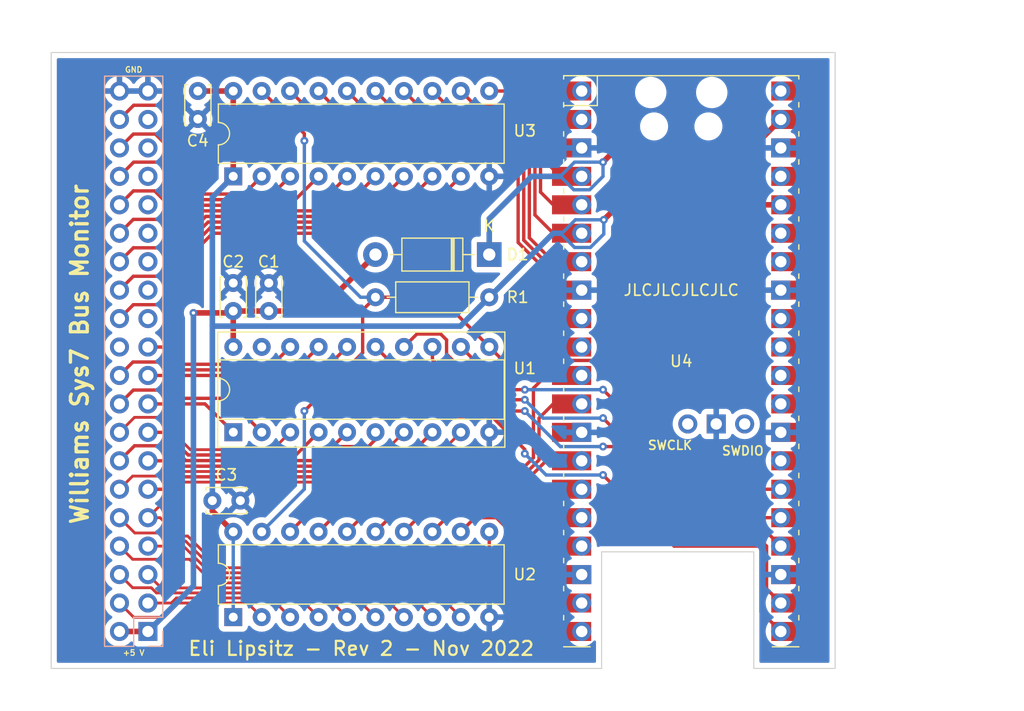
<source format=kicad_pcb>
(kicad_pcb (version 20211014) (generator pcbnew)
  (layers (0 "F.Cu" signal) (31 "B.Cu" power) (34 "B.Paste" user) (35 "F.Paste" user) (36 "B.SilkS" user "B.Silkscreen") (37 "F.SilkS" user "F.Silkscreen") (38 "B.Mask" user) (39 "F.Mask" user) (44 "Edge.Cuts" user))
  (net 0 "")
  (net 2 "/3V-A9")
  (net 3 "/3V-CLK")
  (net 4 "/3V-A7")
  (net 5 "/3V-A8")
  (net 6 "/3V-A5")
  (net 7 "/3V-A6")
  (net 8 "/3V-A2")
  (net 9 "/3V-A3")
  (net 10 "/3V-A4")
  (net 11 "/3V-D1")
  (net 13 "/3V-D0")
  (net 14 "GND")
  (net 15 "+5V")
  (net 16 "+3.3V")
  (net 17 "/3V-D2")
  (net 19 "/~{OE}")
  (net 20 "/3V-D3")
  (net 21 "/3V-D4")
  (net 22 "/3V-WREN")
  (net 23 "/3V-D5")
  (net 24 "/3V-D6")
  (net 25 "/3V-D7")
  (net 28 "/3V-A0")
  (net 29 "/3V-A1")
  (net 30 "/5V-A1")
  (net 31 "/5V-A0")
  (net 32 "/5V-A3")
  (net 33 "/5V-A2")
  (net 34 "/5V-A5")
  (net 35 "/5V-A4")
  (net 36 "/5V-A7")
  (net 37 "/5V-A6")
  (net 38 "/5V-A9")
  (net 39 "/5V-A8")
  (net 40 "/5V-A11")
  (net 41 "/5V-A10")
  (net 42 "/5V-A13")
  (net 43 "/5V-A12")
  (net 44 "/5V-A15")
  (net 45 "/5V-A14")
  (net 46 "/5V-CLK")
  (net 47 "/5V-R{slash}~{W}")
  (net 48 "/5V-VMA")
  (net 49 "/5V-~{RESET}")
  (net 51 "/5V-D0")
  (net 53 "/5V-D1")
  (net 55 "/5V-D2")
  (net 57 "/5V-D3")
  (net 59 "/5V-D4")
  (net 61 "/5V-D5")
  (net 63 "/5V-D6")
  (net 65 "/5V-D7")
  (net 73 "Net-(U4-Pad39)")
  (footprint "MCU_RaspberryPi_and_Boards:RPi_PicoW_SMD_TH" (layer "F.Cu") (at 100.965 92.71)
    (fp_text reference "U4")
    (fp_text value "Pico")
  )
  (footprint "Package_DIP:DIP-20_W7.62mm" (layer "F.Cu") (at 60.96 115.56 90)
    (fp_text reference "U2")
    (fp_text value "74LVC245A")
  )
  (footprint "Diode_THT:D_DO-41_SOD81_P10.16mm_Horizontal" (layer "F.Cu") (at 83.82 83.185 180)
    (fp_text reference "D1")
    (fp_text value "1N5819")
  )
  (footprint "Package_DIP:DIP-20_W7.62mm" (layer "F.Cu") (at 60.96 76.2 90)
    (fp_text reference "U3")
    (fp_text value "74LVC245A")
  )
  (footprint "Capacitor_THT:C_Disc_D3.4mm_W2.1mm_P2.50mm" (layer "F.Cu") (at 57.8 68.58 -90)
    (fp_text reference "C4")
    (fp_text value "100n")
  )
  (footprint "Capacitor_THT:C_Disc_D3.4mm_W2.1mm_P2.50mm" (layer "F.Cu") (at 60.96 88.225 90)
    (fp_text reference "C2")
    (fp_text value "100n")
  )
  (footprint "Capacitor_THT:C_Disc_D3.4mm_W2.1mm_P2.50mm" (layer "F.Cu") (at 59.095 105.156)
    (fp_text reference "C3")
    (fp_text value "100n")
  )
  (footprint "Resistor_THT:R_Axial_DIN0207_L6.3mm_D2.5mm_P10.16mm_Horizontal" (layer "F.Cu") (at 83.82 86.995 180)
    (fp_text reference "R1")
    (fp_text value "10k")
  )
  (footprint "Package_DIP:DIP-20_W7.62mm_Socket" (layer "F.Cu") (at 60.965 99.05 90)
    (fp_text reference "U1")
    (fp_text value "GAL16V8")
  )
  (footprint "Capacitor_THT:C_Disc_D3.4mm_W2.1mm_P2.50mm" (layer "F.Cu") (at 64.135 88.225 90)
    (fp_text reference "C1")
    (fp_text value "100n")
  )
  (footprint "Connector_PinSocket_2.54mm:PinSocket_2x20_P2.54mm_Vertical" (layer "B.Cu") (at 53.34 116.84)
    (fp_text reference "J1")
    (fp_text value "Header")
  )
  (gr_line (start 44.704 65.142) (end 114.704 65.142) (layer "Edge.Cuts") (width 0.1))
  (gr_line (start 114.704 65.142) (end 114.704 120.142) (layer "Edge.Cuts") (width 0.1))
  (gr_line (start 114.704 120.142) (end 107.442 120.142) (layer "Edge.Cuts") (width 0.1))
  (gr_line (start 93.853 120.142) (end 44.704 120.142) (layer "Edge.Cuts") (width 0.1))
  (gr_line (start 107.442 109.728) (end 107.442 120.142) (layer "Edge.Cuts") (width 0.1))
  (gr_line (start 93.853 109.728) (end 107.442 109.728) (layer "Edge.Cuts") (width 0.1))
  (gr_line (start 44.704 120.142) (end 44.704 65.142) (layer "Edge.Cuts") (width 0.1))
  (gr_line (start 93.853 120.142) (end 93.853 109.728) (layer "Edge.Cuts") (width 0.1))
  (gr_text "JLCJLCJLCJLC" (at 100.965 86.36) (layer "F.SilkS") (effects (font (size 1 1))))
  (gr_text "GND" (at 52.07 66.675) (layer "F.SilkS") (effects (font (size 0.5 0.5) (thickness 0.1))))
  (gr_text "+5 V" (at 52.07 118.745) (layer "F.SilkS") (effects (font (size 0.5 0.5) (thickness 0.1))))
  (gr_text "Eli Lipsitz - Rev 2 - Nov 2022" (at 72.39 118.364) (layer "F.SilkS") (effects (font (size 1.25 1.25) (thickness 0.2))))
  (gr_text "Williams Sys7 Bus Monitor" (at 47.244 92.075 90) (layer "F.SilkS") (effects (font (size 1.5 1.5) (thickness 0.3))))
  (segment (start 103.64 108.72) (end 108.085 108.72) (width 0.3) (layer "F.Cu") (net 2))
  (segment (start 78.745 92.56137) (end 83.33863 97.155) (width 0.3) (layer "F.Cu") (net 2))
  (segment (start 93.98 100.33) (end 95.25 100.33) (width 0.3) (layer "F.Cu") (net 2))
  (segment (start 95.25 100.33) (end 103.64 108.72) (width 0.3) (layer "F.Cu") (net 2))
  (segment (start 108.585 109.22) (end 108.585 113.03) (width 0.3) (layer "F.Cu") (net 2))
  (segment (start 83.33863 97.155) (end 86.995 97.155) (width 0.3) (layer "F.Cu") (net 2))
  (segment (start 108.585 113.03) (end 109.855 114.3) (width 0.3) (layer "F.Cu") (net 2))
  (segment (start 108.085 108.72) (end 108.585 109.22) (width 0.3) (layer "F.Cu") (net 2))
  (segment (start 78.745 91.43) (end 78.745 92.56137) (width 0.3) (layer "F.Cu") (net 2))
  (via (at 93.98 100.33) (size 0.7) (drill 0.3) (layers "F.Cu" "B.Cu") (net 2))
  (via (at 86.995 97.155) (size 0.7) (drill 0.3) (layers "F.Cu" "B.Cu") (net 2))
  (segment (start 86.995 97.155) (end 90.17 100.33) (width 0.3) (layer "B.Cu") (net 2))
  (segment (start 90.17 100.33) (end 93.98 100.33) (width 0.3) (layer "B.Cu") (net 2))
  (segment (start 76.205 91.43) (end 77.355 90.28) (width 0.3) (layer "F.Cu") (net 3))
  (segment (start 108.585 107.95) (end 109.855 109.22) (width 0.3) (layer "F.Cu") (net 3))
  (segment (start 77.355 90.28) (end 79.485 90.28) (width 0.3) (layer "F.Cu") (net 3))
  (segment (start 80.01 92.075) (end 84.084503 96.149503) (width 0.3) (layer "F.Cu") (net 3))
  (segment (start 93.98 97.79) (end 104.14 107.95) (width 0.3) (layer "F.Cu") (net 3))
  (segment (start 84.084503 96.149503) (end 86.995 96.149503) (width 0.3) (layer "F.Cu") (net 3))
  (segment (start 104.14 107.95) (end 108.585 107.95) (width 0.3) (layer "F.Cu") (net 3))
  (segment (start 80.01 90.805) (end 80.01 92.075) (width 0.3) (layer "F.Cu") (net 3))
  (segment (start 79.485 90.28) (end 80.01 90.805) (width 0.3) (layer "F.Cu") (net 3))
  (via (at 86.995 96.149503) (size 0.7) (drill 0.3) (layers "F.Cu" "B.Cu") (net 3))
  (via (at 93.98 97.79) (size 0.7) (drill 0.3) (layers "F.Cu" "B.Cu") (net 3))
  (segment (start 86.995 96.149503) (end 88.635497 97.79) (width 0.3) (layer "B.Cu") (net 3))
  (segment (start 88.635497 97.79) (end 93.98 97.79) (width 0.3) (layer "B.Cu") (net 3))
  (segment (start 88.265 116.205) (end 88.9 116.84) (width 0.3) (layer "F.Cu") (net 4))
  (segment (start 83.82 110.245) (end 88.265 114.69) (width 0.3) (layer "F.Cu") (net 4))
  (segment (start 88.265 114.69) (end 88.265 116.205) (width 0.3) (layer "F.Cu") (net 4))
  (segment (start 83.82 107.94) (end 83.82 110.245) (width 0.3) (layer "F.Cu") (net 4))
  (segment (start 88.9 116.84) (end 92.075 116.84) (width 0.3) (layer "F.Cu") (net 4))
  (segment (start 79.89 97.655) (end 84.056346 97.655) (width 0.3) (layer "F.Cu") (net 5))
  (segment (start 93.98 102.87) (end 100.33 109.22) (width 0.3) (layer "F.Cu") (net 5))
  (segment (start 108.085 109.427106) (end 108.085 115.07) (width 0.3) (layer "F.Cu") (net 5))
  (segment (start 108.085 115.07) (end 109.855 116.84) (width 0.3) (layer "F.Cu") (net 5))
  (segment (start 100.33 109.22) (end 107.877894 109.22) (width 0.3) (layer "F.Cu") (net 5))
  (segment (start 73.665 91.43) (end 79.89 97.655) (width 0.3) (layer "F.Cu") (net 5))
  (segment (start 86.995 100.593654) (end 86.995 100.965) (width 0.3) (layer "F.Cu") (net 5))
  (segment (start 107.877894 109.22) (end 108.085 109.427106) (width 0.3) (layer "F.Cu") (net 5))
  (segment (start 84.056346 97.655) (end 86.995 100.593654) (width 0.3) (layer "F.Cu") (net 5))
  (via (at 86.995 100.965) (size 0.7) (drill 0.3) (layers "F.Cu" "B.Cu") (net 5))
  (via (at 93.98 102.87) (size 0.7) (drill 0.3) (layers "F.Cu" "B.Cu") (net 5))
  (segment (start 86.995 100.965) (end 88.9 102.87) (width 0.3) (layer "B.Cu") (net 5))
  (segment (start 88.9 102.87) (end 93.98 102.87) (width 0.3) (layer "B.Cu") (net 5))
  (segment (start 80.5 106.18) (end 84.662106 106.18) (width 0.3) (layer "F.Cu") (net 6))
  (segment (start 84.662106 106.18) (end 87.702107 109.22) (width 0.3) (layer "F.Cu") (net 6))
  (segment (start 78.74 107.94) (end 80.5 106.18) (width 0.3) (layer "F.Cu") (net 6))
  (segment (start 87.702107 109.22) (end 92.075 109.22) (width 0.3) (layer "F.Cu") (net 6))
  (segment (start 85.883553 108.108553) (end 85.883553 111.601447) (width 0.3) (layer "F.Cu") (net 7))
  (segment (start 85.883553 111.601447) (end 88.582106 114.3) (width 0.3) (layer "F.Cu") (net 7))
  (segment (start 84.455 106.68) (end 85.883553 108.108553) (width 0.3) (layer "F.Cu") (net 7))
  (segment (start 88.582106 114.3) (end 92.075 114.3) (width 0.3) (layer "F.Cu") (net 7))
  (segment (start 82.54 106.68) (end 84.455 106.68) (width 0.3) (layer "F.Cu") (net 7))
  (segment (start 82.54 106.68) (end 81.28 107.94) (width 0.3) (layer "F.Cu") (net 7))
  (segment (start 71.12 107.94) (end 74.38 104.68) (width 0.3) (layer "F.Cu") (net 8))
  (segment (start 85.82 104.68) (end 88.9 101.6) (width 0.3) (layer "F.Cu") (net 8))
  (segment (start 88.9 101.6) (end 92.075 101.6) (width 0.3) (layer "F.Cu") (net 8))
  (segment (start 74.38 104.68) (end 85.82 104.68) (width 0.3) (layer "F.Cu") (net 8))
  (segment (start 87.225 105.18) (end 88.265 104.14) (width 0.3) (layer "F.Cu") (net 9))
  (segment (start 73.66 107.94) (end 76.42 105.18) (width 0.3) (layer "F.Cu") (net 9))
  (segment (start 76.42 105.18) (end 87.225 105.18) (width 0.3) (layer "F.Cu") (net 9))
  (segment (start 88.265 104.14) (end 92.075 104.14) (width 0.3) (layer "F.Cu") (net 9))
  (segment (start 84.869213 105.68) (end 85.869213 106.68) (width 0.3) (layer "F.Cu") (net 10))
  (segment (start 85.869213 106.68) (end 92.075 106.68) (width 0.3) (layer "F.Cu") (net 10))
  (segment (start 76.2 107.94) (end 78.46 105.68) (width 0.3) (layer "F.Cu") (net 10))
  (segment (start 78.46 105.68) (end 84.869213 105.68) (width 0.3) (layer "F.Cu") (net 10))
  (segment (start 87.63 69.85) (end 88.9 71.12) (width 0.3) (layer "F.Cu") (net 11))
  (segment (start 88.9 71.12) (end 92.075 71.12) (width 0.3) (layer "F.Cu") (net 11))
  (segment (start 82.55 69.85) (end 87.63 69.85) (width 0.3) (layer "F.Cu") (net 11))
  (segment (start 81.28 68.58) (end 82.55 69.85) (width 0.3) (layer "F.Cu") (net 11))
  (segment (start 83.82 68.58) (end 92.075 68.58) (width 0.3) (layer "F.Cu") (net 13))
  (segment (start 60.96 88.225) (end 64.135 88.225) (width 0.5) (layer "F.Cu") (net 15))
  (segment (start 60.793 88.392) (end 60.96 88.225) (width 0.5) (layer "F.Cu") (net 15))
  (segment (start 57.404 88.392) (end 60.793 88.392) (width 0.5) (layer "F.Cu") (net 15))
  (segment (start 60.96 88.225) (end 60.96 91.425) (width 0.5) (layer "F.Cu") (net 15))
  (segment (start 60.96 91.425) (end 60.965 91.43) (width 0.5) (layer "F.Cu") (net 15))
  (segment (start 50.8 116.84) (end 53.34 116.84) (width 0.5) (layer "F.Cu") (net 15))
  (segment (start 64.135 88.225) (end 68.62 88.225) (width 0.5) (layer "F.Cu") (net 15))
  (segment (start 68.62 88.225) (end 73.66 83.185) (width 0.5) (layer "F.Cu") (net 15))
  (via (at 57.404 88.392) (size 0.7) (drill 0.3) (layers "F.Cu" "B.Cu") (net 15))
  (segment (start 57.404 112.776) (end 57.404 88.392) (width 0.5) (layer "B.Cu") (net 15))
  (segment (start 53.34 116.84) (end 57.404 112.776) (width 0.5) (layer "B.Cu") (net 15))
  (segment (start 60.96 74.168) (end 60.96 68.58) (width 0.5) (layer "F.Cu") (net 16))
  (segment (start 95.39 78.74) (end 94.05 80.08) (width 0.5) (layer "F.Cu") (net 16))
  (segment (start 60.96 74.168) (end 60.96 76.2) (width 0.5) (layer "F.Cu") (net 16))
  (segment (start 59.095 106.075) (end 60.96 107.94) (width 0.5) (layer "F.Cu") (net 16))
  (segment (start 109.855 78.74) (end 95.39 78.74) (width 0.5) (layer "F.Cu") (net 16))
  (segment (start 59.095 105.156) (end 59.095 106.075) (width 0.5) (layer "F.Cu") (net 16))
  (segment (start 57.912 68.58) (end 60.96 68.58) (width 0.5) (layer "F.Cu") (net 16))
  (via (at 94.05 80.08) (size 0.7) (drill 0.3) (layers "F.Cu" "B.Cu") (net 16))
  (segment (start 89.535 81.28) (end 90.17 81.28) (width 0.5) (layer "B.Cu") (net 16))
  (segment (start 90.24 81.35) (end 91.51 80.08) (width 0.3) (layer "B.Cu") (net 16))
  (segment (start 91.51 80.08) (end 94.05 80.08) (width 0.3) (layer "B.Cu") (net 16))
  (segment (start 59.095 78.065) (end 59.095 89.575) (width 0.5) (layer "B.Cu") (net 16))
  (segment (start 59.095 89.575) (end 81.24 89.575) (width 0.5) (layer "B.Cu") (net 16))
  (segment (start 94.05 81.35) (end 94.05 80.08) (width 0.3) (layer "B.Cu") (net 16))
  (segment (start 93.415 81.985) (end 94.05 81.35) (width 0.3) (layer "B.Cu") (net 16))
  (segment (start 92.85 82.55) (end 93.415 81.985) (width 0.3) (layer "B.Cu") (net 16))
  (segment (start 81.24 89.575) (end 83.82 86.995) (width 0.5) (layer "B.Cu") (net 16))
  (segment (start 83.82 86.995) (end 89.535 81.28) (width 0.5) (layer "B.Cu") (net 16))
  (segment (start 91.44 82.55) (end 92.85 82.55) (width 0.3) (layer "B.Cu") (net 16))
  (segment (start 60.96 107.94) (end 60.96 115.56) (width 0.3) (layer "B.Cu") (net 16))
  (segment (start 59.095 89.575) (end 59.095 105.156) (width 0.5) (layer "B.Cu") (net 16))
  (segment (start 90.24 81.35) (end 91.44 82.55) (width 0.3) (layer "B.Cu") (net 16))
  (segment (start 60.96 76.2) (end 59.095 78.065) (width 0.5) (layer "B.Cu") (net 16))
  (segment (start 88.9 71.827106) (end 88.9 74.93) (width 0.3) (layer "F.Cu") (net 17))
  (segment (start 80.51 70.35) (end 87.422894 70.35) (width 0.3) (layer "F.Cu") (net 17))
  (segment (start 90.17 76.2) (end 92.075 76.2) (width 0.3) (layer "F.Cu") (net 17))
  (segment (start 87.422894 70.35) (end 88.9 71.827106) (width 0.3) (layer "F.Cu") (net 17))
  (segment (start 88.9 74.93) (end 90.17 76.2) (width 0.3) (layer "F.Cu") (net 17))
  (segment (start 78.74 68.58) (end 80.51 70.35) (width 0.3) (layer "F.Cu") (net 17))
  (segment (start 104.635 104.14) (end 109.855 104.14) (width 0.3) (layer "F.Cu") (net 19))
  (segment (start 83.825 91.43) (end 79.39 86.995) (width 0.3) (layer "F.Cu") (net 19))
  (segment (start 67.31 73.025) (end 67.31 72.39) (width 0.3) (layer "F.Cu") (net 19))
  (segment (start 67.31 72.39) (end 63.5 68.58) (width 0.3) (layer "F.Cu") (net 19))
  (segment (start 72.515 91.95) (end 72.515 88.14) (width 0.3) (layer "F.Cu") (net 19))
  (segment (start 85.035 92.64) (end 93.135 92.64) (width 0.3) (layer "F.Cu") (net 19))
  (segment (start 85.035 92.64) (end 83.825 91.43) (width 0.3) (layer "F.Cu") (net 19))
  (segment (start 72.515 88.14) (end 73.66 86.995) (width 0.3) (layer "F.Cu") (net 19))
  (segment (start 93.135 92.64) (end 104.635 104.14) (width 0.3) (layer "F.Cu") (net 19))
  (segment (start 67.31 97.155) (end 72.515 91.95) (width 0.3) (layer "F.Cu") (net 19))
  (segment (start 79.39 86.995) (end 73.66 86.995) (width 0.3) (layer "F.Cu") (net 19))
  (via (at 67.31 73.025) (size 0.7) (drill 0.3) (layers "F.Cu" "B.Cu") (net 19))
  (via (at 67.31 97.155) (size 0.7) (drill 0.3) (layers "F.Cu" "B.Cu") (net 19))
  (segment (start 63.5 107.94) (end 67.31 104.13) (width 0.3) (layer "B.Cu") (net 19))
  (segment (start 67.31 104.13) (end 67.31 97.155) (width 0.3) (layer "B.Cu") (net 19))
  (segment (start 67.31 81.9795) (end 67.31 73.025) (width 0.3) (layer "B.Cu") (net 19))
  (segment (start 72.3255 86.995) (end 73.66 86.995) (width 0.3) (layer "B.Cu") (net 19))
  (segment (start 67.31 81.9795) (end 72.3255 86.995) (width 0.3) (layer "B.Cu") (net 19))
  (segment (start 88.4 77.605) (end 89.535 78.74) (width 0.3) (layer "F.Cu") (net 20))
  (segment (start 88.4 72.034212) (end 88.4 77.605) (width 0.3) (layer "F.Cu") (net 20))
  (segment (start 76.2 68.58) (end 78.47 70.85) (width 0.3) (layer "F.Cu") (net 20))
  (segment (start 78.47 70.85) (end 87.215788 70.85) (width 0.3) (layer "F.Cu") (net 20))
  (segment (start 87.215788 70.85) (end 88.4 72.034212) (width 0.3) (layer "F.Cu") (net 20))
  (segment (start 87.008682 71.35) (end 87.9 72.241318) (width 0.3) (layer "F.Cu") (net 21))
  (segment (start 73.66 68.58) (end 76.43 71.35) (width 0.3) (layer "F.Cu") (net 21))
  (segment (start 76.43 71.35) (end 87.008682 71.35) (width 0.3) (layer "F.Cu") (net 21))
  (segment (start 87.9 72.241318) (end 87.9 79.645) (width 0.3) (layer "F.Cu") (net 21))
  (segment (start 87.9 79.645) (end 89.535 81.28) (width 0.3) (layer "F.Cu") (net 21))
  (segment (start 85.105 95.25) (end 86.995 95.25) (width 0.3) (layer "F.Cu") (net 22))
  (segment (start 103.577106 106.68) (end 109.855 106.68) (width 0.3) (layer "F.Cu") (net 22))
  (segment (start 93.98 95.25) (end 95.286053 96.556053) (width 0.3) (layer "F.Cu") (net 22))
  (segment (start 95.286053 98.388947) (end 103.577106 106.68) (width 0.3) (layer "F.Cu") (net 22))
  (segment (start 81.285 91.43) (end 85.105 95.25) (width 0.3) (layer "F.Cu") (net 22))
  (segment (start 95.286053 96.556053) (end 95.286053 98.388947) (width 0.3) (layer "F.Cu") (net 22))
  (via (at 93.98 95.25) (size 0.7) (drill 0.3) (layers "F.Cu" "B.Cu") (net 22))
  (via (at 86.995 95.25) (size 0.7) (drill 0.3) (layers "F.Cu" "B.Cu") (net 22))
  (segment (start 86.995 95.25) (end 93.98 95.25) (width 0.3) (layer "B.Cu") (net 22))
  (segment (start 87.4 81.685) (end 89.535 83.82) (width 0.3) (layer "F.Cu") (net 23))
  (segment (start 74.39 71.85) (end 86.801576 71.85) (width 0.3) (layer "F.Cu") (net 23))
  (segment (start 71.12 68.58) (end 74.39 71.85) (width 0.3) (layer "F.Cu") (net 23))
  (segment (start 86.801576 71.85) (end 87.4 72.448424) (width 0.3) (layer "F.Cu") (net 23))
  (segment (start 87.4 72.448424) (end 87.4 81.685) (width 0.3) (layer "F.Cu") (net 23))
  (segment (start 72.39 72.39) (end 86.36 72.39) (width 0.3) (layer "F.Cu") (net 24))
  (segment (start 88.9 88.265) (end 89.535 88.9) (width 0.3) (layer "F.Cu") (net 24))
  (segment (start 68.58 68.58) (end 72.39 72.39) (width 0.3) (layer "F.Cu") (net 24))
  (segment (start 86.36 72.39) (end 86.9 72.93) (width 0.3) (layer "F.Cu") (net 24))
  (segment (start 88.9 83.892106) (end 88.9 88.265) (width 0.3) (layer "F.Cu") (net 24))
  (segment (start 89.535 88.9) (end 92.075 88.9) (width 0.3) (layer "F.Cu") (net 24))
  (segment (start 86.9 81.892106) (end 88.9 83.892106) (width 0.3) (layer "F.Cu") (net 24))
  (segment (start 86.9 72.93) (end 86.9 81.892106) (width 0.3) (layer "F.Cu") (net 24))
  (segment (start 89.535 91.44) (end 92.075 91.44) (width 0.3) (layer "F.Cu") (net 25))
  (segment (start 86.4 82.099212) (end 88.4 84.099212) (width 0.3) (layer "F.Cu") (net 25))
  (segment (start 86.4 73.137106) (end 86.4 82.099212) (width 0.3) (layer "F.Cu") (net 25))
  (segment (start 86.152894 72.89) (end 86.4 73.137106) (width 0.3) (layer "F.Cu") (net 25))
  (segment (start 88.4 84.099212) (end 88.4 90.305) (width 0.3) (layer "F.Cu") (net 25))
  (segment (start 70.35 72.89) (end 86.152894 72.89) (width 0.3) (layer "F.Cu") (net 25))
  (segment (start 88.4 90.305) (end 89.535 91.44) (width 0.3) (layer "F.Cu") (net 25))
  (segment (start 66.04 68.58) (end 70.35 72.89) (width 0.3) (layer "F.Cu") (net 25))
  (segment (start 88.9 93.98) (end 92.075 93.98) (width 0.3) (layer "F.Cu") (net 28))
  (segment (start 87.765 95.115) (end 88.9 93.98) (width 0.3) (layer "F.Cu") (net 28))
  (segment (start 85.405788 103.68) (end 87.765 101.320788) (width 0.3) (layer "F.Cu") (net 28))
  (segment (start 87.765 101.320788) (end 87.765 95.115) (width 0.3) (layer "F.Cu") (net 28))
  (segment (start 66.04 107.94) (end 70.3 103.68) (width 0.3) (layer "F.Cu") (net 28))
  (segment (start 70.3 103.68) (end 85.405788 103.68) (width 0.3) (layer "F.Cu") (net 28))
  (segment (start 68.58 107.94) (end 72.34 104.18) (width 0.3) (layer "F.Cu") (net 29))
  (segment (start 72.34 104.18) (end 85.612894 104.18) (width 0.3) (layer "F.Cu") (net 29))
  (segment (start 88.265 101.527894) (end 88.265 97.79) (width 0.3) (layer "F.Cu") (net 29))
  (segment (start 88.265 97.79) (end 89.535 96.52) (width 0.3) (layer "F.Cu") (net 29))
  (segment (start 85.612894 104.18) (end 88.265 101.527894) (width 0.3) (layer "F.Cu") (net 29))
  (segment (start 89.535 96.52) (end 92.075 96.52) (width 0.3) (layer "F.Cu") (net 29))
  (segment (start 64.33 113.85) (end 66.04 115.56) (width 0.25) (layer "F.Cu") (net 30))
  (segment (start 55.43 114.3) (end 55.88 113.85) (width 0.25) (layer "F.Cu") (net 30))
  (segment (start 55.88 113.85) (end 64.33 113.85) (width 0.25) (layer "F.Cu") (net 30))
  (segment (start 53.34 114.3) (end 55.43 114.3) (width 0.25) (layer "F.Cu") (net 30))
  (segment (start 54.792118 115.574278) (end 56.066396 114.3) (width 0.25) (layer "F.Cu") (net 31))
  (segment (start 52.074278 115.574278) (end 54.792118 115.574278) (width 0.25) (layer "F.Cu") (net 31))
  (segment (start 62.23 114.3) (end 62.24 114.3) (width 0.25) (layer "F.Cu") (net 31))
  (segment (start 50.8 114.3) (end 52.074278 115.574278) (width 0.25) (layer "F.Cu") (net 31))
  (segment (start 62.24 114.3) (end 63.5 115.56) (width 0.25) (layer "F.Cu") (net 31))
  (segment (start 56.066396 114.3) (end 62.23 114.3) (width 0.25) (layer "F.Cu") (net 31))
  (segment (start 54.53 112.95) (end 53.34 111.76) (width 0.25) (layer "F.Cu") (net 32))
  (segment (start 61.04 112.95) (end 68.51 112.95) (width 0.25) (layer "F.Cu") (net 32))
  (segment (start 68.51 112.95) (end 71.12 115.56) (width 0.25) (layer "F.Cu") (net 32))
  (segment (start 61.04 112.95) (end 54.53 112.95) (width 0.25) (layer "F.Cu") (net 32))
  (segment (start 54.101701 113.4) (end 53.636701 112.935) (width 0.25) (layer "F.Cu") (net 33))
  (segment (start 51.975 112.935) (end 50.8 111.76) (width 0.25) (layer "F.Cu") (net 33))
  (segment (start 56.145 113.4) (end 66.42 113.4) (width 0.25) (layer "F.Cu") (net 33))
  (segment (start 56.145 113.4) (end 54.101701 113.4) (width 0.25) (layer "F.Cu") (net 33))
  (segment (start 53.636701 112.935) (end 51.975 112.935) (width 0.25) (layer "F.Cu") (net 33))
  (segment (start 66.42 113.4) (end 68.58 115.56) (width 0.25) (layer "F.Cu") (net 33))
  (segment (start 72.69 112.05) (end 76.2 115.56) (width 0.25) (layer "F.Cu") (net 34))
  (segment (start 56.516396 109.22) (end 53.34 109.22) (width 0.25) (layer "F.Cu") (net 34))
  (segment (start 70.14 112.05) (end 72.69 112.05) (width 0.25) (layer "F.Cu") (net 34))
  (segment (start 59.346396 112.05) (end 56.516396 109.22) (width 0.25) (layer "F.Cu") (net 34))
  (segment (start 70.14 112.05) (end 59.346396 112.05) (width 0.25) (layer "F.Cu") (net 34))
  (segment (start 62.335 112.5) (end 59.16 112.5) (width 0.25) (layer "F.Cu") (net 35))
  (segment (start 57.055 110.395) (end 51.975 110.395) (width 0.25) (layer "F.Cu") (net 35))
  (segment (start 51.975 110.395) (end 50.8 109.22) (width 0.25) (layer "F.Cu") (net 35))
  (segment (start 70.6 112.5) (end 73.66 115.56) (width 0.25) (layer "F.Cu") (net 35))
  (segment (start 59.16 112.5) (end 57.055 110.395) (width 0.25) (layer "F.Cu") (net 35))
  (segment (start 62.335 112.5) (end 70.6 112.5) (width 0.25) (layer "F.Cu") (net 35))
  (segment (start 76.87 111.15) (end 81.28 115.56) (width 0.25) (layer "F.Cu") (net 36))
  (segment (start 56.515 103.505) (end 69.392363 103.505) (width 0.25) (layer "F.Cu") (net 36))
  (segment (start 53.34 106.68) (end 56.515 103.505) (width 0.25) (layer "F.Cu") (net 36))
  (segment (start 71.142362 101.755) (end 78.58 101.755) (width 0.25) (layer "F.Cu") (net 36))
  (segment (start 56.066396 108.32) (end 56.889188 108.32) (width 0.25) (layer "F.Cu") (net 36))
  (segment (start 59.719188 111.15) (end 73.635 111.15) (width 0.25) (layer "F.Cu") (net 36))
  (segment (start 73.635 111.15) (end 76.87 111.15) (width 0.25) (layer "F.Cu") (net 36))
  (segment (start 56.889188 108.32) (end 59.719188 111.15) (width 0.25) (layer "F.Cu") (net 36))
  (segment (start 54.426396 106.68) (end 56.066396 108.32) (width 0.25) (layer "F.Cu") (net 36))
  (segment (start 53.34 106.68) (end 54.426396 106.68) (width 0.25) (layer "F.Cu") (net 36))
  (segment (start 78.58 101.755) (end 81.285 99.05) (width 0.25) (layer "F.Cu") (net 36))
  (segment (start 69.392363 103.505) (end 71.142362 101.755) (width 0.25) (layer "F.Cu") (net 36))
  (segment (start 74.78 111.6) (end 78.74 115.56) (width 0.25) (layer "F.Cu") (net 37))
  (segment (start 55.88 108.77) (end 56.702792 108.77) (width 0.25) (layer "F.Cu") (net 37))
  (segment (start 72.865 111.6) (end 74.78 111.6) (width 0.25) (layer "F.Cu") (net 37))
  (segment (start 59.532792 111.6) (end 72.865 111.6) (width 0.25) (layer "F.Cu") (net 37))
  (segment (start 52.165 108.045) (end 55.155 108.045) (width 0.25) (layer "F.Cu") (net 37))
  (segment (start 50.8 106.68) (end 52.165 108.045) (width 0.25) (layer "F.Cu") (net 37))
  (segment (start 56.702792 108.77) (end 59.532792 111.6) (width 0.25) (layer "F.Cu") (net 37))
  (segment (start 55.155 108.045) (end 55.88 108.77) (width 0.25) (layer "F.Cu") (net 37))
  (segment (start 76.515 101.28) (end 78.745 99.05) (width 0.3) (layer "F.Cu") (net 38))
  (segment (start 69.195611 103.03) (end 70.94561 101.28) (width 0.3) (layer "F.Cu") (net 38))
  (segment (start 55.208249 104.14) (end 56.318249 103.03) (width 0.3) (layer "F.Cu") (net 38))
  (segment (start 56.318249 103.03) (end 69.195611 103.03) (width 0.3) (layer "F.Cu") (net 38))
  (segment (start 53.34 104.14) (end 55.208249 104.14) (width 0.3) (layer "F.Cu") (net 38))
  (segment (start 70.94561 101.28) (end 76.515 101.28) (width 0.3) (layer "F.Cu") (net 38))
  (segment (start 51.975 102.965) (end 55.711497 102.965) (width 0.25) (layer "F.Cu") (net 39))
  (segment (start 70.748858 100.805) (end 74.45 100.805) (width 0.25) (layer "F.Cu") (net 39))
  (segment (start 50.8 104.14) (end 51.975 102.965) (width 0.25) (layer "F.Cu") (net 39))
  (segment (start 68.998859 102.555) (end 70.748858 100.805) (width 0.25) (layer "F.Cu") (net 39))
  (segment (start 74.45 100.805) (end 76.205 99.05) (width 0.25) (layer "F.Cu") (net 39))
  (segment (start 55.711497 102.965) (end 56.121498 102.555) (width 0.25) (layer "F.Cu") (net 39))
  (segment (start 56.121498 102.555) (end 68.998859 102.555) (width 0.25) (layer "F.Cu") (net 39))
  (segment (start 70.552106 100.33) (end 73.025 100.33) (width 0.3) (layer "F.Cu") (net 40))
  (segment (start 73.665 99.69) (end 73.665 99.05) (width 0.3) (layer "F.Cu") (net 40))
  (segment (start 73.025 100.33) (end 73.665 99.69) (width 0.3) (layer "F.Cu") (net 40))
  (segment (start 56.515 102.08) (end 68.802107 102.08) (width 0.3) (layer "F.Cu") (net 40))
  (segment (start 56.035 101.6) (end 56.515 102.08) (width 0.3) (layer "F.Cu") (net 40))
  (segment (start 53.34 101.6) (end 56.035 101.6) (width 0.3) (layer "F.Cu") (net 40))
  (segment (start 68.802107 102.08) (end 70.552106 100.33) (width 0.3) (layer "F.Cu") (net 40))
  (segment (start 68.595 101.58) (end 71.125 99.05) (width 0.3) (layer "F.Cu") (net 41))
  (segment (start 55.245 100.965) (end 56.107107 100.965) (width 0.3) (layer "F.Cu") (net 41))
  (segment (start 56.722107 101.58) (end 68.595 101.58) (width 0.3) (layer "F.Cu") (net 41))
  (segment (start 52.14 100.26) (end 54.54 100.26) (width 0.3) (layer "F.Cu") (net 41))
  (segment (start 54.54 100.26) (end 55.245 100.965) (width 0.3) (layer "F.Cu") (net 41))
  (segment (start 56.107107 100.965) (end 56.722107 101.58) (width 0.3) (layer "F.Cu") (net 41))
  (segment (start 50.8 101.6) (end 52.14 100.26) (width 0.3) (layer "F.Cu") (net 41))
  (segment (start 56.929214 101.08) (end 66.555 101.08) (width 0.3) (layer "F.Cu") (net 42))
  (segment (start 54.909214 99.06) (end 56.929214 101.08) (width 0.3) (layer "F.Cu") (net 42))
  (segment (start 53.34 99.06) (end 54.909214 99.06) (width 0.3) (layer "F.Cu") (net 42))
  (segment (start 66.555 101.08) (end 68.585 99.05) (width 0.3) (layer "F.Cu") (net 42))
  (segment (start 50.8 99.06) (end 52.14 97.72) (width 0.25) (layer "F.Cu") (net 43))
  (segment (start 57.125966 100.605) (end 64.49 100.605) (width 0.25) (layer "F.Cu") (net 43))
  (segment (start 52.14 97.72) (end 54.240966 97.72) (width 0.25) (layer "F.Cu") (net 43))
  (segment (start 64.49 100.605) (end 66.045 99.05) (width 0.25) (layer "F.Cu") (net 43))
  (segment (start 54.240966 97.72) (end 57.125966 100.605) (width 0.25) (layer "F.Cu") (net 43))
  (segment (start 58.435 96.52) (end 60.965 99.05) (width 0.3) (layer "F.Cu") (net 44))
  (segment (start 53.34 96.52) (end 58.435 96.52) (width 0.3) (layer "F.Cu") (net 44))
  (segment (start 50.8 96.52) (end 52.038923 95.281077) (width 0.3) (layer "F.Cu") (net 45))
  (segment (start 52.038923 95.281077) (end 55.141077 95.281077) (width 0.3) (layer "F.Cu") (net 45))
  (segment (start 60.475 96.02) (end 63.505 99.05) (width 0.3) (layer "F.Cu") (net 45))
  (segment (start 55.88 96.02) (end 60.475 96.02) (width 0.3) (layer "F.Cu") (net 45))
  (segment (start 55.141077 95.281077) (end 55.88 96.02) (width 0.3) (layer "F.Cu") (net 45))
  (segment (start 68.575 93.98) (end 71.125 91.43) (width 0.3) (layer "F.Cu") (net 46))
  (segment (start 53.34 93.98) (end 68.575 93.98) (width 0.3) (layer "F.Cu") (net 46))
  (segment (start 50.8 93.98) (end 52 92.78) (width 0.3) (layer "F.Cu") (net 47))
  (segment (start 66.535 93.48) (end 68.585 91.43) (width 0.3) (layer "F.Cu") (net 47))
  (segment (start 55.74 93.48) (end 66.535 93.48) (width 0.3) (layer "F.Cu") (net 47))
  (segment (start 52 92.78) (end 55.04 92.78) (width 0.3) (layer "F.Cu") (net 47))
  (segment (start 55.04 92.78) (end 55.74 93.48) (width 0.3) (layer "F.Cu") (net 47))
  (segment (start 54.61 91.44) (end 56.15 92.98) (width 0.3) (layer "F.Cu") (net 48))
  (segment (start 56.15 92.98) (end 64.495 92.98) (width 0.3) (layer "F.Cu") (net 48))
  (segment (start 53.34 91.44) (end 54.61 91.44) (width 0.3) (layer "F.Cu") (net 48))
  (segment (start 64.495 92.98) (end 66.045 91.43) (width 0.3) (layer "F.Cu") (net 48))
  (segment (start 52.038923 87.661077) (end 54.578923 87.661077) (width 0.3) (layer "F.Cu") (net 51))
  (segment (start 59.127106 81.28) (end 76.2 81.28) (width 0.3) (layer "F.Cu") (net 51))
  (segment (start 50.8 88.9) (end 52.038923 87.661077) (width 0.3) (layer "F.Cu") (net 51))
  (segment (start 76.2 81.28) (end 81.28 76.2) (width 0.3) (layer "F.Cu") (net 51))
  (segment (start 55.88 84.527106) (end 59.127106 81.28) (width 0.3) (layer "F.Cu") (net 51))
  (segment (start 54.578923 87.661077) (end 55.88 86.36) (width 0.3) (layer "F.Cu") (net 51))
  (segment (start 55.88 86.36) (end 55.88 84.527106) (width 0.3) (layer "F.Cu") (net 51))
  (segment (start 52.038923 85.121077) (end 54.578923 85.121077) (width 0.3) (layer "F.Cu") (net 53))
  (segment (start 58.92 80.78) (end 74.16 80.78) (width 0.3) (layer "F.Cu") (net 53))
  (segment (start 74.16 80.78) (end 78.74 76.2) (width 0.3) (layer "F.Cu") (net 53))
  (segment (start 54.578923 85.121077) (end 58.92 80.78) (width 0.3) (layer "F.Cu") (net 53))
  (segment (start 50.8 86.36) (end 52.038923 85.121077) (width 0.3) (layer "F.Cu") (net 53))
  (segment (start 72.12 80.28) (end 76.2 76.2) (width 0.3) (layer "F.Cu") (net 55))
  (segment (start 50.8 83.82) (end 52.038923 82.581077) (width 0.3) (layer "F.Cu") (net 55))
  (segment (start 58.712894 80.28) (end 72.12 80.28) (width 0.3) (layer "F.Cu") (net 55))
  (segment (start 56.411817 82.581077) (end 58.712894 80.28) (width 0.3) (layer "F.Cu") (net 55))
  (segment (start 52.038923 82.581077) (end 56.411817 82.581077) (width 0.3) (layer "F.Cu") (net 55))
  (segment (start 52.038923 80.041077) (end 58.24471 80.041077) (width 0.3) (layer "F.Cu") (net 57))
  (segment (start 58.505787 79.78) (end 70.08 79.78) (width 0.3) (layer "F.Cu") (net 57))
  (segment (start 58.24471 80.041077) (end 58.505787 79.78) (width 0.3) (layer "F.Cu") (net 57))
  (segment (start 70.08 79.78) (end 73.66 76.2) (width 0.3) (layer "F.Cu") (net 57))
  (segment (start 50.8 81.28) (end 52.038923 80.041077) (width 0.3) (layer "F.Cu") (net 57))
  (segment (start 55.722846 79.28) (end 68.04 79.28) (width 0.3) (layer "F.Cu") (net 59))
  (segment (start 68.04 79.28) (end 71.12 76.2) (width 0.3) (layer "F.Cu") (net 59))
  (segment (start 52.038923 77.501077) (end 53.943923 77.501077) (width 0.3) (layer "F.Cu") (net 59))
  (segment (start 50.8 78.74) (end 52.038923 77.501077) (width 0.3) (layer "F.Cu") (net 59))
  (segment (start 53.943923 77.501077) (end 55.722846 79.28) (width 0.3) (layer "F.Cu") (net 59))
  (segment (start 52.07 74.93) (end 54.61 74.93) (width 0.3) (layer "F.Cu") (net 61))
  (segment (start 50.8 76.2) (end 52.07 74.93) (width 0.3) (layer "F.Cu") (net 61))
  (segment (start 54.61 74.93) (end 55.245 75.565) (width 0.3) (layer "F.Cu") (net 61))
  (segment (start 55.245 78.095048) (end 55.929952 78.78) (width 0.3) (layer "F.Cu") (net 61))
  (segment (start 55.245 75.565) (end 55.245 78.095048) (width 0.3) (layer "F.Cu") (net 61))
  (segment (start 66 78.78) (end 68.58 76.2) (width 0.3) (layer "F.Cu") (net 61))
  (segment (start 55.929952 78.78) (end 66 78.78) (width 0.3) (layer "F.Cu") (net 61))
  (segment (start 63.96 78.28) (end 66.04 76.2) (width 0.3) (layer "F.Cu") (net 63))
  (segment (start 54.006077 72.421077) (end 55.745 74.16) (width 0.3) (layer "F.Cu") (net 63))
  (segment (start 52.038923 72.421077) (end 54.006077 72.421077) (width 0.3) (layer "F.Cu") (net 63))
  (segment (start 50.8 73.66) (end 52.038923 72.421077) (width 0.3) (layer "F.Cu") (net 63))
  (segment (start 56.137058 78.28) (end 63.96 78.28) (width 0.3) (layer "F.Cu") (net 63))
  (segment (start 55.745 74.16) (end 55.745 77.887942) (width 0.3) (layer "F.Cu") (net 63))
  (segment (start 55.745 77.887942) (end 56.137058 78.28) (width 0.3) (layer "F.Cu") (net 63))
  (segment (start 52.07 69.85) (end 54.61 69.85) (width 0.3) (layer "F.Cu") (net 65))
  (segment (start 50.8 71.12) (end 52.07 69.85) (width 0.3) (layer "F.Cu") (net 65))
  (segment (start 56.245 71.485) (end 56.245 77.680836) (width 0.3) (layer "F.Cu") (net 65))
  (segment (start 61.92 77.78) (end 63.5 76.2) (width 0.3) (layer "F.Cu") (net 65))
  (segment (start 54.61 69.85) (end 56.245 71.485) (width 0.3) (layer "F.Cu") (net 65))
  (segment (start 56.344164 77.78) (end 61.92 77.78) (width 0.3) (layer "F.Cu") (net 65))
  (segment (start 56.245 77.680836) (end 56.344164 77.78) (width 0.3) (layer "F.Cu") (net 65))
  (segment (start 106.68 74.295) (end 94.615 74.295) (width 0.5) (layer "F.Cu") (net 73))
  (segment (start 109.855 71.12) (end 106.68 74.295) (width 0.5) (layer "F.Cu") (net 73))
  (segment (start 94.615 74.295) (end 93.98 74.93) (width 0.5) (layer "F.Cu") (net 73))
  (via (at 93.98 74.93) (size 0.7) (drill 0.3) (layers "F.Cu" "B.Cu") (net 73))
  (segment (start 90.17 76.2) (end 91.44 74.93) (width 0.3) (layer "B.Cu") (net 73))
  (segment (start 92.78 77.4) (end 93.345 76.835) (width 0.3) (layer "B.Cu") (net 73))
  (segment (start 93.345 76.835) (end 93.98 76.2) (width 0.3) (layer "B.Cu") (net 73))
  (segment (start 93.98 76.2) (end 93.98 74.93) (width 0.3) (layer "B.Cu") (net 73))
  (segment (start 87.6055 76.2) (end 83.82 79.9855) (width 0.5) (layer "B.Cu") (net 73))
  (segment (start 91.37 77.4) (end 92.78 77.4) (width 0.3) (layer "B.Cu") (net 73))
  (segment (start 83.82 79.9855) (end 83.82 83.185) (width 0.5) (layer "B.Cu") (net 73))
  (segment (start 90.17 76.2) (end 87.6055 76.2) (width 0.5) (layer "B.Cu") (net 73))
  (segment (start 90.17 76.2) (end 91.37 77.4) (width 0.3) (layer "B.Cu") (net 73))
  (segment (start 91.44 74.93) (end 93.98 74.93) (width 0.3) (layer "B.Cu") (net 73))
  (zone (net 14) (net_name "GND") (layer "B.Cu") (connect_pads (clearance 0.5)) (min_thickness 0.25) (fill yes (thermal_gap 0.5) (thermal_bridge_width 0.5))
    (polygon (pts (xy 131.572 123.952) (xy 40.132 123.952) (xy 40.132 60.452) (xy 131.572 60.452)))
  )
)
</source>
